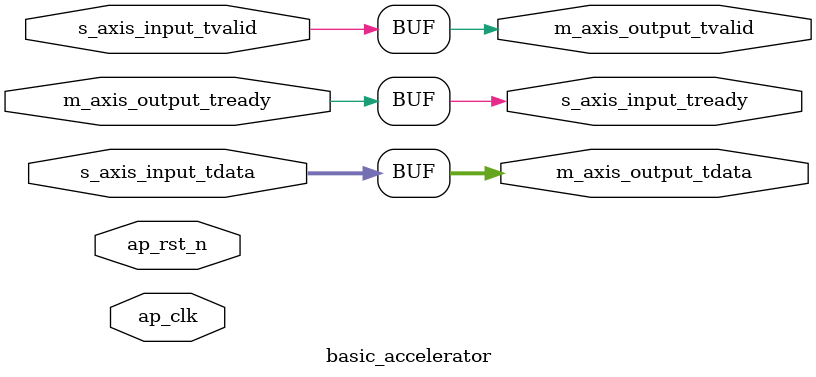
<source format=sv>

module basic_accelerator #(
    parameter int unsigned DATA_WIDTH = 16,
    parameter int unsigned BATCH_SIZE = 32
) (
    // Global signals
    input  logic                    ap_clk,
    input  logic                    ap_rst_n,
    
    // Input stream
    input  logic [DATA_WIDTH-1:0]   s_axis_input_tdata,
    input  logic                    s_axis_input_tvalid,
    output logic                    s_axis_input_tready,
    
    // Output stream
    output logic [DATA_WIDTH-1:0]   m_axis_output_tdata,
    output logic                    m_axis_output_tvalid,
    input  logic                    m_axis_output_tready
);

    // Simple pass-through implementation
    assign m_axis_output_tdata = s_axis_input_tdata;
    assign m_axis_output_tvalid = s_axis_input_tvalid;
    assign s_axis_input_tready = m_axis_output_tready;

endmodule : basic_accelerator

// Expected parser behavior:
// - Detects INPUT interface: s_axis_input
// - Detects OUTPUT interface: m_axis_output
// - Detects CONTROL interface: ap (clock/reset)
// - Exposes parameters: DATA_WIDTH, BATCH_SIZE
// - No auto-linking occurs (parameter names don't match conventions)
</source>
